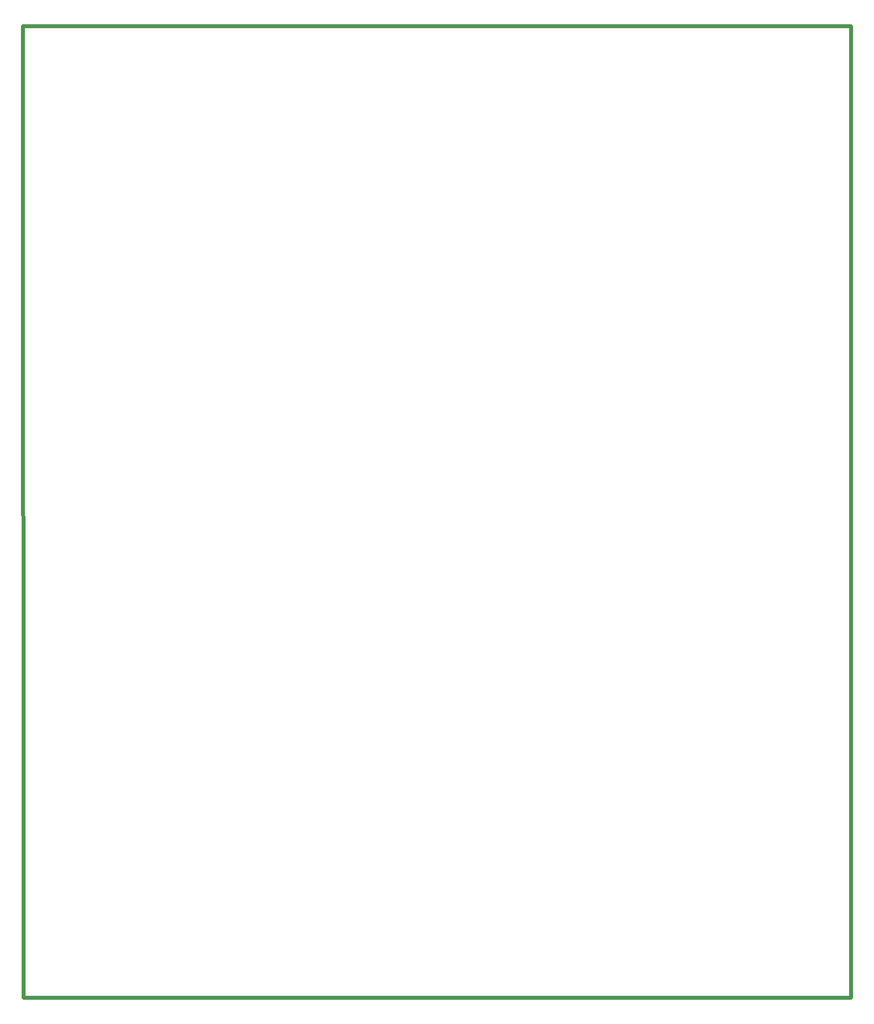
<source format=gko>
%FSLAX25Y25*%
%MOIN*%
G70*
G01*
G75*
G04 Layer_Color=16711935*
%ADD10C,0.02000*%
%ADD11C,0.01000*%
%ADD12R,0.05906X0.05906*%
%ADD13R,0.04331X0.05512*%
%ADD14R,0.04724X0.05512*%
%ADD15R,0.05512X0.04331*%
%ADD16R,0.05906X0.05906*%
%ADD17R,0.05906X0.05512*%
%ADD18R,0.05512X0.05906*%
%ADD19R,0.01400X0.06600*%
%ADD20C,0.05906*%
%ADD21C,0.05512*%
%ADD22C,0.05906*%
%ADD23C,0.05900*%
%ADD24C,0.06000*%
%ADD25C,0.05000*%
%ADD26R,0.05512X0.04724*%
D10*
X390000Y-3000D02*
Y491000D01*
X-31476D02*
X390000D01*
X-31476D02*
X-30932Y-3000D01*
X390000D01*
M02*

</source>
